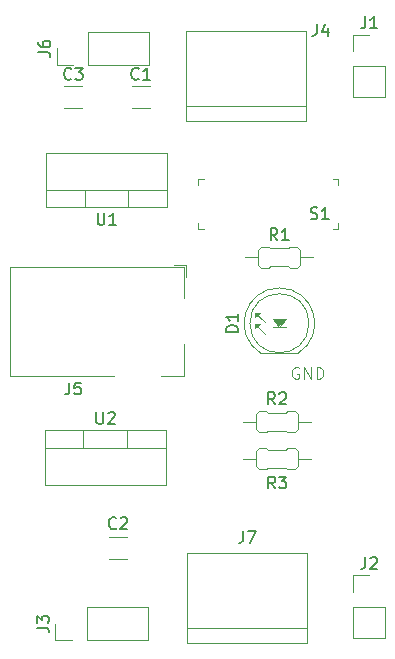
<source format=gbr>
%TF.GenerationSoftware,KiCad,Pcbnew,9.0.1*%
%TF.CreationDate,2025-04-29T00:54:00-03:00*%
%TF.ProjectId,Breadboard Power Supply,42726561-6462-46f6-9172-6420506f7765,rev?*%
%TF.SameCoordinates,Original*%
%TF.FileFunction,Legend,Top*%
%TF.FilePolarity,Positive*%
%FSLAX46Y46*%
G04 Gerber Fmt 4.6, Leading zero omitted, Abs format (unit mm)*
G04 Created by KiCad (PCBNEW 9.0.1) date 2025-04-29 00:54:00*
%MOMM*%
%LPD*%
G01*
G04 APERTURE LIST*
%ADD10C,0.100000*%
%ADD11C,0.150000*%
%ADD12C,0.120000*%
G04 APERTURE END LIST*
D10*
X173227693Y-74520038D02*
X173132455Y-74472419D01*
X173132455Y-74472419D02*
X172989598Y-74472419D01*
X172989598Y-74472419D02*
X172846741Y-74520038D01*
X172846741Y-74520038D02*
X172751503Y-74615276D01*
X172751503Y-74615276D02*
X172703884Y-74710514D01*
X172703884Y-74710514D02*
X172656265Y-74900990D01*
X172656265Y-74900990D02*
X172656265Y-75043847D01*
X172656265Y-75043847D02*
X172703884Y-75234323D01*
X172703884Y-75234323D02*
X172751503Y-75329561D01*
X172751503Y-75329561D02*
X172846741Y-75424800D01*
X172846741Y-75424800D02*
X172989598Y-75472419D01*
X172989598Y-75472419D02*
X173084836Y-75472419D01*
X173084836Y-75472419D02*
X173227693Y-75424800D01*
X173227693Y-75424800D02*
X173275312Y-75377180D01*
X173275312Y-75377180D02*
X173275312Y-75043847D01*
X173275312Y-75043847D02*
X173084836Y-75043847D01*
X173703884Y-75472419D02*
X173703884Y-74472419D01*
X173703884Y-74472419D02*
X174275312Y-75472419D01*
X174275312Y-75472419D02*
X174275312Y-74472419D01*
X174751503Y-75472419D02*
X174751503Y-74472419D01*
X174751503Y-74472419D02*
X174989598Y-74472419D01*
X174989598Y-74472419D02*
X175132455Y-74520038D01*
X175132455Y-74520038D02*
X175227693Y-74615276D01*
X175227693Y-74615276D02*
X175275312Y-74710514D01*
X175275312Y-74710514D02*
X175322931Y-74900990D01*
X175322931Y-74900990D02*
X175322931Y-75043847D01*
X175322931Y-75043847D02*
X175275312Y-75234323D01*
X175275312Y-75234323D02*
X175227693Y-75329561D01*
X175227693Y-75329561D02*
X175132455Y-75424800D01*
X175132455Y-75424800D02*
X174989598Y-75472419D01*
X174989598Y-75472419D02*
X174751503Y-75472419D01*
D11*
X178866666Y-44799819D02*
X178866666Y-45514104D01*
X178866666Y-45514104D02*
X178819047Y-45656961D01*
X178819047Y-45656961D02*
X178723809Y-45752200D01*
X178723809Y-45752200D02*
X178580952Y-45799819D01*
X178580952Y-45799819D02*
X178485714Y-45799819D01*
X179866666Y-45799819D02*
X179295238Y-45799819D01*
X179580952Y-45799819D02*
X179580952Y-44799819D01*
X179580952Y-44799819D02*
X179485714Y-44942676D01*
X179485714Y-44942676D02*
X179390476Y-45037914D01*
X179390476Y-45037914D02*
X179295238Y-45085533D01*
X153816666Y-75804819D02*
X153816666Y-76519104D01*
X153816666Y-76519104D02*
X153769047Y-76661961D01*
X153769047Y-76661961D02*
X153673809Y-76757200D01*
X153673809Y-76757200D02*
X153530952Y-76804819D01*
X153530952Y-76804819D02*
X153435714Y-76804819D01*
X154769047Y-75804819D02*
X154292857Y-75804819D01*
X154292857Y-75804819D02*
X154245238Y-76281009D01*
X154245238Y-76281009D02*
X154292857Y-76233390D01*
X154292857Y-76233390D02*
X154388095Y-76185771D01*
X154388095Y-76185771D02*
X154626190Y-76185771D01*
X154626190Y-76185771D02*
X154721428Y-76233390D01*
X154721428Y-76233390D02*
X154769047Y-76281009D01*
X154769047Y-76281009D02*
X154816666Y-76376247D01*
X154816666Y-76376247D02*
X154816666Y-76614342D01*
X154816666Y-76614342D02*
X154769047Y-76709580D01*
X154769047Y-76709580D02*
X154721428Y-76757200D01*
X154721428Y-76757200D02*
X154626190Y-76804819D01*
X154626190Y-76804819D02*
X154388095Y-76804819D01*
X154388095Y-76804819D02*
X154292857Y-76757200D01*
X154292857Y-76757200D02*
X154245238Y-76709580D01*
X151094819Y-96533333D02*
X151809104Y-96533333D01*
X151809104Y-96533333D02*
X151951961Y-96580952D01*
X151951961Y-96580952D02*
X152047200Y-96676190D01*
X152047200Y-96676190D02*
X152094819Y-96819047D01*
X152094819Y-96819047D02*
X152094819Y-96914285D01*
X151094819Y-96152380D02*
X151094819Y-95533333D01*
X151094819Y-95533333D02*
X151475771Y-95866666D01*
X151475771Y-95866666D02*
X151475771Y-95723809D01*
X151475771Y-95723809D02*
X151523390Y-95628571D01*
X151523390Y-95628571D02*
X151571009Y-95580952D01*
X151571009Y-95580952D02*
X151666247Y-95533333D01*
X151666247Y-95533333D02*
X151904342Y-95533333D01*
X151904342Y-95533333D02*
X151999580Y-95580952D01*
X151999580Y-95580952D02*
X152047200Y-95628571D01*
X152047200Y-95628571D02*
X152094819Y-95723809D01*
X152094819Y-95723809D02*
X152094819Y-96009523D01*
X152094819Y-96009523D02*
X152047200Y-96104761D01*
X152047200Y-96104761D02*
X151999580Y-96152380D01*
X159683333Y-50059580D02*
X159635714Y-50107200D01*
X159635714Y-50107200D02*
X159492857Y-50154819D01*
X159492857Y-50154819D02*
X159397619Y-50154819D01*
X159397619Y-50154819D02*
X159254762Y-50107200D01*
X159254762Y-50107200D02*
X159159524Y-50011961D01*
X159159524Y-50011961D02*
X159111905Y-49916723D01*
X159111905Y-49916723D02*
X159064286Y-49726247D01*
X159064286Y-49726247D02*
X159064286Y-49583390D01*
X159064286Y-49583390D02*
X159111905Y-49392914D01*
X159111905Y-49392914D02*
X159159524Y-49297676D01*
X159159524Y-49297676D02*
X159254762Y-49202438D01*
X159254762Y-49202438D02*
X159397619Y-49154819D01*
X159397619Y-49154819D02*
X159492857Y-49154819D01*
X159492857Y-49154819D02*
X159635714Y-49202438D01*
X159635714Y-49202438D02*
X159683333Y-49250057D01*
X160635714Y-50154819D02*
X160064286Y-50154819D01*
X160350000Y-50154819D02*
X160350000Y-49154819D01*
X160350000Y-49154819D02*
X160254762Y-49297676D01*
X160254762Y-49297676D02*
X160159524Y-49392914D01*
X160159524Y-49392914D02*
X160064286Y-49440533D01*
X178866666Y-90574819D02*
X178866666Y-91289104D01*
X178866666Y-91289104D02*
X178819047Y-91431961D01*
X178819047Y-91431961D02*
X178723809Y-91527200D01*
X178723809Y-91527200D02*
X178580952Y-91574819D01*
X178580952Y-91574819D02*
X178485714Y-91574819D01*
X179295238Y-90670057D02*
X179342857Y-90622438D01*
X179342857Y-90622438D02*
X179438095Y-90574819D01*
X179438095Y-90574819D02*
X179676190Y-90574819D01*
X179676190Y-90574819D02*
X179771428Y-90622438D01*
X179771428Y-90622438D02*
X179819047Y-90670057D01*
X179819047Y-90670057D02*
X179866666Y-90765295D01*
X179866666Y-90765295D02*
X179866666Y-90860533D01*
X179866666Y-90860533D02*
X179819047Y-91003390D01*
X179819047Y-91003390D02*
X179247619Y-91574819D01*
X179247619Y-91574819D02*
X179866666Y-91574819D01*
X171223333Y-77634819D02*
X170890000Y-77158628D01*
X170651905Y-77634819D02*
X170651905Y-76634819D01*
X170651905Y-76634819D02*
X171032857Y-76634819D01*
X171032857Y-76634819D02*
X171128095Y-76682438D01*
X171128095Y-76682438D02*
X171175714Y-76730057D01*
X171175714Y-76730057D02*
X171223333Y-76825295D01*
X171223333Y-76825295D02*
X171223333Y-76968152D01*
X171223333Y-76968152D02*
X171175714Y-77063390D01*
X171175714Y-77063390D02*
X171128095Y-77111009D01*
X171128095Y-77111009D02*
X171032857Y-77158628D01*
X171032857Y-77158628D02*
X170651905Y-77158628D01*
X171604286Y-76730057D02*
X171651905Y-76682438D01*
X171651905Y-76682438D02*
X171747143Y-76634819D01*
X171747143Y-76634819D02*
X171985238Y-76634819D01*
X171985238Y-76634819D02*
X172080476Y-76682438D01*
X172080476Y-76682438D02*
X172128095Y-76730057D01*
X172128095Y-76730057D02*
X172175714Y-76825295D01*
X172175714Y-76825295D02*
X172175714Y-76920533D01*
X172175714Y-76920533D02*
X172128095Y-77063390D01*
X172128095Y-77063390D02*
X171556667Y-77634819D01*
X171556667Y-77634819D02*
X172175714Y-77634819D01*
X171233333Y-84754819D02*
X170900000Y-84278628D01*
X170661905Y-84754819D02*
X170661905Y-83754819D01*
X170661905Y-83754819D02*
X171042857Y-83754819D01*
X171042857Y-83754819D02*
X171138095Y-83802438D01*
X171138095Y-83802438D02*
X171185714Y-83850057D01*
X171185714Y-83850057D02*
X171233333Y-83945295D01*
X171233333Y-83945295D02*
X171233333Y-84088152D01*
X171233333Y-84088152D02*
X171185714Y-84183390D01*
X171185714Y-84183390D02*
X171138095Y-84231009D01*
X171138095Y-84231009D02*
X171042857Y-84278628D01*
X171042857Y-84278628D02*
X170661905Y-84278628D01*
X171566667Y-83754819D02*
X172185714Y-83754819D01*
X172185714Y-83754819D02*
X171852381Y-84135771D01*
X171852381Y-84135771D02*
X171995238Y-84135771D01*
X171995238Y-84135771D02*
X172090476Y-84183390D01*
X172090476Y-84183390D02*
X172138095Y-84231009D01*
X172138095Y-84231009D02*
X172185714Y-84326247D01*
X172185714Y-84326247D02*
X172185714Y-84564342D01*
X172185714Y-84564342D02*
X172138095Y-84659580D01*
X172138095Y-84659580D02*
X172090476Y-84707200D01*
X172090476Y-84707200D02*
X171995238Y-84754819D01*
X171995238Y-84754819D02*
X171709524Y-84754819D01*
X171709524Y-84754819D02*
X171614286Y-84707200D01*
X171614286Y-84707200D02*
X171566667Y-84659580D01*
X174238095Y-61907200D02*
X174380952Y-61954819D01*
X174380952Y-61954819D02*
X174619047Y-61954819D01*
X174619047Y-61954819D02*
X174714285Y-61907200D01*
X174714285Y-61907200D02*
X174761904Y-61859580D01*
X174761904Y-61859580D02*
X174809523Y-61764342D01*
X174809523Y-61764342D02*
X174809523Y-61669104D01*
X174809523Y-61669104D02*
X174761904Y-61573866D01*
X174761904Y-61573866D02*
X174714285Y-61526247D01*
X174714285Y-61526247D02*
X174619047Y-61478628D01*
X174619047Y-61478628D02*
X174428571Y-61431009D01*
X174428571Y-61431009D02*
X174333333Y-61383390D01*
X174333333Y-61383390D02*
X174285714Y-61335771D01*
X174285714Y-61335771D02*
X174238095Y-61240533D01*
X174238095Y-61240533D02*
X174238095Y-61145295D01*
X174238095Y-61145295D02*
X174285714Y-61050057D01*
X174285714Y-61050057D02*
X174333333Y-61002438D01*
X174333333Y-61002438D02*
X174428571Y-60954819D01*
X174428571Y-60954819D02*
X174666666Y-60954819D01*
X174666666Y-60954819D02*
X174809523Y-61002438D01*
X175761904Y-61954819D02*
X175190476Y-61954819D01*
X175476190Y-61954819D02*
X175476190Y-60954819D01*
X175476190Y-60954819D02*
X175380952Y-61097676D01*
X175380952Y-61097676D02*
X175285714Y-61192914D01*
X175285714Y-61192914D02*
X175190476Y-61240533D01*
X168094819Y-71508094D02*
X167094819Y-71508094D01*
X167094819Y-71508094D02*
X167094819Y-71269999D01*
X167094819Y-71269999D02*
X167142438Y-71127142D01*
X167142438Y-71127142D02*
X167237676Y-71031904D01*
X167237676Y-71031904D02*
X167332914Y-70984285D01*
X167332914Y-70984285D02*
X167523390Y-70936666D01*
X167523390Y-70936666D02*
X167666247Y-70936666D01*
X167666247Y-70936666D02*
X167856723Y-70984285D01*
X167856723Y-70984285D02*
X167951961Y-71031904D01*
X167951961Y-71031904D02*
X168047200Y-71127142D01*
X168047200Y-71127142D02*
X168094819Y-71269999D01*
X168094819Y-71269999D02*
X168094819Y-71508094D01*
X168094819Y-69984285D02*
X168094819Y-70555713D01*
X168094819Y-70269999D02*
X167094819Y-70269999D01*
X167094819Y-70269999D02*
X167237676Y-70365237D01*
X167237676Y-70365237D02*
X167332914Y-70460475D01*
X167332914Y-70460475D02*
X167380533Y-70555713D01*
X157783333Y-88109580D02*
X157735714Y-88157200D01*
X157735714Y-88157200D02*
X157592857Y-88204819D01*
X157592857Y-88204819D02*
X157497619Y-88204819D01*
X157497619Y-88204819D02*
X157354762Y-88157200D01*
X157354762Y-88157200D02*
X157259524Y-88061961D01*
X157259524Y-88061961D02*
X157211905Y-87966723D01*
X157211905Y-87966723D02*
X157164286Y-87776247D01*
X157164286Y-87776247D02*
X157164286Y-87633390D01*
X157164286Y-87633390D02*
X157211905Y-87442914D01*
X157211905Y-87442914D02*
X157259524Y-87347676D01*
X157259524Y-87347676D02*
X157354762Y-87252438D01*
X157354762Y-87252438D02*
X157497619Y-87204819D01*
X157497619Y-87204819D02*
X157592857Y-87204819D01*
X157592857Y-87204819D02*
X157735714Y-87252438D01*
X157735714Y-87252438D02*
X157783333Y-87300057D01*
X158164286Y-87300057D02*
X158211905Y-87252438D01*
X158211905Y-87252438D02*
X158307143Y-87204819D01*
X158307143Y-87204819D02*
X158545238Y-87204819D01*
X158545238Y-87204819D02*
X158640476Y-87252438D01*
X158640476Y-87252438D02*
X158688095Y-87300057D01*
X158688095Y-87300057D02*
X158735714Y-87395295D01*
X158735714Y-87395295D02*
X158735714Y-87490533D01*
X158735714Y-87490533D02*
X158688095Y-87633390D01*
X158688095Y-87633390D02*
X158116667Y-88204819D01*
X158116667Y-88204819D02*
X158735714Y-88204819D01*
X151194819Y-47833333D02*
X151909104Y-47833333D01*
X151909104Y-47833333D02*
X152051961Y-47880952D01*
X152051961Y-47880952D02*
X152147200Y-47976190D01*
X152147200Y-47976190D02*
X152194819Y-48119047D01*
X152194819Y-48119047D02*
X152194819Y-48214285D01*
X151194819Y-46928571D02*
X151194819Y-47119047D01*
X151194819Y-47119047D02*
X151242438Y-47214285D01*
X151242438Y-47214285D02*
X151290057Y-47261904D01*
X151290057Y-47261904D02*
X151432914Y-47357142D01*
X151432914Y-47357142D02*
X151623390Y-47404761D01*
X151623390Y-47404761D02*
X152004342Y-47404761D01*
X152004342Y-47404761D02*
X152099580Y-47357142D01*
X152099580Y-47357142D02*
X152147200Y-47309523D01*
X152147200Y-47309523D02*
X152194819Y-47214285D01*
X152194819Y-47214285D02*
X152194819Y-47023809D01*
X152194819Y-47023809D02*
X152147200Y-46928571D01*
X152147200Y-46928571D02*
X152099580Y-46880952D01*
X152099580Y-46880952D02*
X152004342Y-46833333D01*
X152004342Y-46833333D02*
X151766247Y-46833333D01*
X151766247Y-46833333D02*
X151671009Y-46880952D01*
X151671009Y-46880952D02*
X151623390Y-46928571D01*
X151623390Y-46928571D02*
X151575771Y-47023809D01*
X151575771Y-47023809D02*
X151575771Y-47214285D01*
X151575771Y-47214285D02*
X151623390Y-47309523D01*
X151623390Y-47309523D02*
X151671009Y-47357142D01*
X151671009Y-47357142D02*
X151766247Y-47404761D01*
X168526666Y-88374819D02*
X168526666Y-89089104D01*
X168526666Y-89089104D02*
X168479047Y-89231961D01*
X168479047Y-89231961D02*
X168383809Y-89327200D01*
X168383809Y-89327200D02*
X168240952Y-89374819D01*
X168240952Y-89374819D02*
X168145714Y-89374819D01*
X168907619Y-88374819D02*
X169574285Y-88374819D01*
X169574285Y-88374819D02*
X169145714Y-89374819D01*
X156198095Y-61424819D02*
X156198095Y-62234342D01*
X156198095Y-62234342D02*
X156245714Y-62329580D01*
X156245714Y-62329580D02*
X156293333Y-62377200D01*
X156293333Y-62377200D02*
X156388571Y-62424819D01*
X156388571Y-62424819D02*
X156579047Y-62424819D01*
X156579047Y-62424819D02*
X156674285Y-62377200D01*
X156674285Y-62377200D02*
X156721904Y-62329580D01*
X156721904Y-62329580D02*
X156769523Y-62234342D01*
X156769523Y-62234342D02*
X156769523Y-61424819D01*
X157769523Y-62424819D02*
X157198095Y-62424819D01*
X157483809Y-62424819D02*
X157483809Y-61424819D01*
X157483809Y-61424819D02*
X157388571Y-61567676D01*
X157388571Y-61567676D02*
X157293333Y-61662914D01*
X157293333Y-61662914D02*
X157198095Y-61710533D01*
X156098095Y-78284819D02*
X156098095Y-79094342D01*
X156098095Y-79094342D02*
X156145714Y-79189580D01*
X156145714Y-79189580D02*
X156193333Y-79237200D01*
X156193333Y-79237200D02*
X156288571Y-79284819D01*
X156288571Y-79284819D02*
X156479047Y-79284819D01*
X156479047Y-79284819D02*
X156574285Y-79237200D01*
X156574285Y-79237200D02*
X156621904Y-79189580D01*
X156621904Y-79189580D02*
X156669523Y-79094342D01*
X156669523Y-79094342D02*
X156669523Y-78284819D01*
X157098095Y-78380057D02*
X157145714Y-78332438D01*
X157145714Y-78332438D02*
X157240952Y-78284819D01*
X157240952Y-78284819D02*
X157479047Y-78284819D01*
X157479047Y-78284819D02*
X157574285Y-78332438D01*
X157574285Y-78332438D02*
X157621904Y-78380057D01*
X157621904Y-78380057D02*
X157669523Y-78475295D01*
X157669523Y-78475295D02*
X157669523Y-78570533D01*
X157669523Y-78570533D02*
X157621904Y-78713390D01*
X157621904Y-78713390D02*
X157050476Y-79284819D01*
X157050476Y-79284819D02*
X157669523Y-79284819D01*
X171423333Y-63734819D02*
X171090000Y-63258628D01*
X170851905Y-63734819D02*
X170851905Y-62734819D01*
X170851905Y-62734819D02*
X171232857Y-62734819D01*
X171232857Y-62734819D02*
X171328095Y-62782438D01*
X171328095Y-62782438D02*
X171375714Y-62830057D01*
X171375714Y-62830057D02*
X171423333Y-62925295D01*
X171423333Y-62925295D02*
X171423333Y-63068152D01*
X171423333Y-63068152D02*
X171375714Y-63163390D01*
X171375714Y-63163390D02*
X171328095Y-63211009D01*
X171328095Y-63211009D02*
X171232857Y-63258628D01*
X171232857Y-63258628D02*
X170851905Y-63258628D01*
X172375714Y-63734819D02*
X171804286Y-63734819D01*
X172090000Y-63734819D02*
X172090000Y-62734819D01*
X172090000Y-62734819D02*
X171994762Y-62877676D01*
X171994762Y-62877676D02*
X171899524Y-62972914D01*
X171899524Y-62972914D02*
X171804286Y-63020533D01*
X153983333Y-50059580D02*
X153935714Y-50107200D01*
X153935714Y-50107200D02*
X153792857Y-50154819D01*
X153792857Y-50154819D02*
X153697619Y-50154819D01*
X153697619Y-50154819D02*
X153554762Y-50107200D01*
X153554762Y-50107200D02*
X153459524Y-50011961D01*
X153459524Y-50011961D02*
X153411905Y-49916723D01*
X153411905Y-49916723D02*
X153364286Y-49726247D01*
X153364286Y-49726247D02*
X153364286Y-49583390D01*
X153364286Y-49583390D02*
X153411905Y-49392914D01*
X153411905Y-49392914D02*
X153459524Y-49297676D01*
X153459524Y-49297676D02*
X153554762Y-49202438D01*
X153554762Y-49202438D02*
X153697619Y-49154819D01*
X153697619Y-49154819D02*
X153792857Y-49154819D01*
X153792857Y-49154819D02*
X153935714Y-49202438D01*
X153935714Y-49202438D02*
X153983333Y-49250057D01*
X154316667Y-49154819D02*
X154935714Y-49154819D01*
X154935714Y-49154819D02*
X154602381Y-49535771D01*
X154602381Y-49535771D02*
X154745238Y-49535771D01*
X154745238Y-49535771D02*
X154840476Y-49583390D01*
X154840476Y-49583390D02*
X154888095Y-49631009D01*
X154888095Y-49631009D02*
X154935714Y-49726247D01*
X154935714Y-49726247D02*
X154935714Y-49964342D01*
X154935714Y-49964342D02*
X154888095Y-50059580D01*
X154888095Y-50059580D02*
X154840476Y-50107200D01*
X154840476Y-50107200D02*
X154745238Y-50154819D01*
X154745238Y-50154819D02*
X154459524Y-50154819D01*
X154459524Y-50154819D02*
X154364286Y-50107200D01*
X154364286Y-50107200D02*
X154316667Y-50059580D01*
X174766666Y-45444819D02*
X174766666Y-46159104D01*
X174766666Y-46159104D02*
X174719047Y-46301961D01*
X174719047Y-46301961D02*
X174623809Y-46397200D01*
X174623809Y-46397200D02*
X174480952Y-46444819D01*
X174480952Y-46444819D02*
X174385714Y-46444819D01*
X175671428Y-45778152D02*
X175671428Y-46444819D01*
X175433333Y-45397200D02*
X175195238Y-46111485D01*
X175195238Y-46111485D02*
X175814285Y-46111485D01*
D12*
%TO.C,J1*%
X177820000Y-46345000D02*
X179200000Y-46345000D01*
X177820000Y-47725000D02*
X177820000Y-46345000D01*
X177820000Y-48995000D02*
X177820000Y-51645000D01*
X177820000Y-48995000D02*
X180580000Y-48995000D01*
X177820000Y-51645000D02*
X180580000Y-51645000D01*
X180580000Y-48995000D02*
X180580000Y-51645000D01*
%TO.C,J5*%
X148800000Y-66000000D02*
X163500000Y-66000000D01*
X148800000Y-75200000D02*
X148800000Y-66000000D01*
X157600000Y-75200000D02*
X148800000Y-75200000D01*
X162650000Y-65800000D02*
X163700000Y-65800000D01*
X163500000Y-66000000D02*
X163500000Y-68600000D01*
X163500000Y-72500000D02*
X163500000Y-75200000D01*
X163500000Y-75200000D02*
X161600000Y-75200000D01*
X163700000Y-66850000D02*
X163700000Y-65800000D01*
%TO.C,J3*%
X152640000Y-97580000D02*
X152640000Y-96200000D01*
X154020000Y-97580000D02*
X152640000Y-97580000D01*
X155290000Y-94820000D02*
X160480000Y-94820000D01*
X155290000Y-97580000D02*
X155290000Y-94820000D01*
X155290000Y-97580000D02*
X160480000Y-97580000D01*
X160480000Y-97580000D02*
X160480000Y-94820000D01*
%TO.C,C1*%
X159085000Y-50680000D02*
X160615000Y-50680000D01*
X159085000Y-52520000D02*
X160615000Y-52520000D01*
%TO.C,J2*%
X177820000Y-92120000D02*
X179200000Y-92120000D01*
X177820000Y-93500000D02*
X177820000Y-92120000D01*
X177820000Y-94770000D02*
X177820000Y-97420000D01*
X177820000Y-94770000D02*
X180580000Y-94770000D01*
X177820000Y-97420000D02*
X180580000Y-97420000D01*
X180580000Y-94770000D02*
X180580000Y-97420000D01*
%TO.C,R2*%
X168520000Y-79100000D02*
X169470000Y-79100000D01*
X169470000Y-79100000D02*
X169612000Y-79100000D01*
X169612000Y-78465000D02*
X169866000Y-78211000D01*
X169612000Y-79735000D02*
X169612000Y-78465000D01*
X169612000Y-79735000D02*
X169866000Y-79989000D01*
X169866000Y-78211000D02*
X170501000Y-78211000D01*
X169866000Y-79989000D02*
X170501000Y-79989000D01*
X170501000Y-78211000D02*
X170628000Y-78338000D01*
X170501000Y-79989000D02*
X170628000Y-79862000D01*
X170628000Y-78338000D02*
X171390000Y-78338000D01*
X170628000Y-79862000D02*
X171390000Y-79862000D01*
X172152000Y-78338000D02*
X171390000Y-78338000D01*
X172152000Y-79862000D02*
X171390000Y-79862000D01*
X172279000Y-78211000D02*
X172152000Y-78338000D01*
X172279000Y-79989000D02*
X172152000Y-79862000D01*
X172914000Y-78211000D02*
X172279000Y-78211000D01*
X172914000Y-79989000D02*
X172279000Y-79989000D01*
X173168000Y-78465000D02*
X172914000Y-78211000D01*
X173168000Y-78465000D02*
X173168000Y-79735000D01*
X173168000Y-79735000D02*
X172914000Y-79989000D01*
X173295000Y-79100000D02*
X173168000Y-79100000D01*
X174260000Y-79100000D02*
X173310000Y-79100000D01*
%TO.C,R3*%
X168520000Y-82250000D02*
X169470000Y-82250000D01*
X169470000Y-82250000D02*
X169612000Y-82250000D01*
X169612000Y-81615000D02*
X169866000Y-81361000D01*
X169612000Y-82885000D02*
X169612000Y-81615000D01*
X169612000Y-82885000D02*
X169866000Y-83139000D01*
X169866000Y-81361000D02*
X170501000Y-81361000D01*
X169866000Y-83139000D02*
X170501000Y-83139000D01*
X170501000Y-81361000D02*
X170628000Y-81488000D01*
X170501000Y-83139000D02*
X170628000Y-83012000D01*
X170628000Y-81488000D02*
X171390000Y-81488000D01*
X170628000Y-83012000D02*
X171390000Y-83012000D01*
X172152000Y-81488000D02*
X171390000Y-81488000D01*
X172152000Y-83012000D02*
X171390000Y-83012000D01*
X172279000Y-81361000D02*
X172152000Y-81488000D01*
X172279000Y-83139000D02*
X172152000Y-83012000D01*
X172914000Y-81361000D02*
X172279000Y-81361000D01*
X172914000Y-83139000D02*
X172279000Y-83139000D01*
X173168000Y-81615000D02*
X172914000Y-81361000D01*
X173168000Y-81615000D02*
X173168000Y-82885000D01*
X173168000Y-82885000D02*
X172914000Y-83139000D01*
X173295000Y-82250000D02*
X173168000Y-82250000D01*
X174260000Y-82250000D02*
X173310000Y-82250000D01*
D10*
%TO.C,S1*%
X164700000Y-58600000D02*
X164700000Y-59100000D01*
X164700000Y-58600000D02*
X165200000Y-58600000D01*
X164700000Y-62800000D02*
X164700000Y-62300000D01*
X164700000Y-62800000D02*
X165200000Y-62800000D01*
X176600000Y-58600000D02*
X176100000Y-58600000D01*
X176600000Y-58600000D02*
X176600000Y-59100000D01*
X176600000Y-62800000D02*
X176100000Y-62800000D01*
X176600000Y-62800000D02*
X176600000Y-62300000D01*
D12*
%TO.C,D1*%
X170055000Y-73330000D02*
X173145000Y-73330000D01*
X170393500Y-70706500D02*
X169568000Y-69881000D01*
X170393500Y-71659000D02*
X169568000Y-70833500D01*
X171028500Y-71087500D02*
X172171500Y-71087500D01*
X170055170Y-73330000D02*
G75*
G02*
X171600462Y-67780000I1544830J2560000D01*
G01*
X171599538Y-67780000D02*
G75*
G02*
X173144830Y-73330000I462J-2990000D01*
G01*
X174100000Y-70770000D02*
G75*
G02*
X169100000Y-70770000I-2500000J0D01*
G01*
X169100000Y-70770000D02*
G75*
G02*
X174100000Y-70770000I2500000J0D01*
G01*
X169568000Y-70262000D02*
X169568000Y-69881000D01*
X169949000Y-69881000D01*
X169568000Y-70262000D01*
G36*
X169568000Y-70262000D02*
G01*
X169568000Y-69881000D01*
X169949000Y-69881000D01*
X169568000Y-70262000D01*
G37*
X169568000Y-71214500D02*
X169568000Y-70833500D01*
X169949000Y-70833500D01*
X169568000Y-71214500D01*
G36*
X169568000Y-71214500D02*
G01*
X169568000Y-70833500D01*
X169949000Y-70833500D01*
X169568000Y-71214500D01*
G37*
X171600000Y-71087500D02*
X171028500Y-70452500D01*
X172171500Y-70452500D01*
X171600000Y-71087500D01*
G36*
X171600000Y-71087500D02*
G01*
X171028500Y-70452500D01*
X172171500Y-70452500D01*
X171600000Y-71087500D01*
G37*
%TO.C,C2*%
X157185000Y-88880000D02*
X158715000Y-88880000D01*
X157185000Y-90720000D02*
X158715000Y-90720000D01*
%TO.C,J6*%
X152740000Y-48880000D02*
X152740000Y-47500000D01*
X154120000Y-48880000D02*
X152740000Y-48880000D01*
X155390000Y-46120000D02*
X160580000Y-46120000D01*
X155390000Y-48880000D02*
X155390000Y-46120000D01*
X155390000Y-48880000D02*
X160580000Y-48880000D01*
X160580000Y-48880000D02*
X160580000Y-46120000D01*
%TO.C,J7*%
X163780000Y-90190000D02*
X163780000Y-97810000D01*
X163780000Y-97810000D02*
X173940000Y-97810000D01*
X173940000Y-90190000D02*
X163780000Y-90190000D01*
X173940000Y-96540000D02*
X163780000Y-96540000D01*
X173940000Y-97810000D02*
X173940000Y-90190000D01*
%TO.C,U1*%
X151840000Y-60970000D02*
X151840000Y-56329000D01*
X155109000Y-60970000D02*
X155109000Y-59460000D01*
X158810000Y-60970000D02*
X158810000Y-59460000D01*
X162080000Y-56329000D02*
X151840000Y-56329000D01*
X162080000Y-59460000D02*
X151840000Y-59460000D01*
X162080000Y-60970000D02*
X151840000Y-60970000D01*
X162080000Y-60970000D02*
X162080000Y-56329000D01*
%TO.C,U2*%
X151740000Y-79830000D02*
X151740000Y-84471000D01*
X151740000Y-79830000D02*
X161980000Y-79830000D01*
X151740000Y-81340000D02*
X161980000Y-81340000D01*
X151740000Y-84471000D02*
X161980000Y-84471000D01*
X155010000Y-79830000D02*
X155010000Y-81340000D01*
X158711000Y-79830000D02*
X158711000Y-81340000D01*
X161980000Y-79830000D02*
X161980000Y-84471000D01*
%TO.C,R1*%
X168720000Y-65200000D02*
X169670000Y-65200000D01*
X169670000Y-65200000D02*
X169812000Y-65200000D01*
X169812000Y-64565000D02*
X170066000Y-64311000D01*
X169812000Y-65835000D02*
X169812000Y-64565000D01*
X169812000Y-65835000D02*
X170066000Y-66089000D01*
X170066000Y-64311000D02*
X170701000Y-64311000D01*
X170066000Y-66089000D02*
X170701000Y-66089000D01*
X170701000Y-64311000D02*
X170828000Y-64438000D01*
X170701000Y-66089000D02*
X170828000Y-65962000D01*
X170828000Y-64438000D02*
X171590000Y-64438000D01*
X170828000Y-65962000D02*
X171590000Y-65962000D01*
X172352000Y-64438000D02*
X171590000Y-64438000D01*
X172352000Y-65962000D02*
X171590000Y-65962000D01*
X172479000Y-64311000D02*
X172352000Y-64438000D01*
X172479000Y-66089000D02*
X172352000Y-65962000D01*
X173114000Y-64311000D02*
X172479000Y-64311000D01*
X173114000Y-66089000D02*
X172479000Y-66089000D01*
X173368000Y-64565000D02*
X173114000Y-64311000D01*
X173368000Y-64565000D02*
X173368000Y-65835000D01*
X173368000Y-65835000D02*
X173114000Y-66089000D01*
X173495000Y-65200000D02*
X173368000Y-65200000D01*
X174460000Y-65200000D02*
X173510000Y-65200000D01*
%TO.C,C3*%
X153385000Y-50680000D02*
X154915000Y-50680000D01*
X153385000Y-52520000D02*
X154915000Y-52520000D01*
%TO.C,J4*%
X163720000Y-45990000D02*
X163720000Y-53610000D01*
X163720000Y-53610000D02*
X173880000Y-53610000D01*
X173880000Y-45990000D02*
X163720000Y-45990000D01*
X173880000Y-52340000D02*
X163720000Y-52340000D01*
X173880000Y-53610000D02*
X173880000Y-45990000D01*
%TD*%
M02*

</source>
